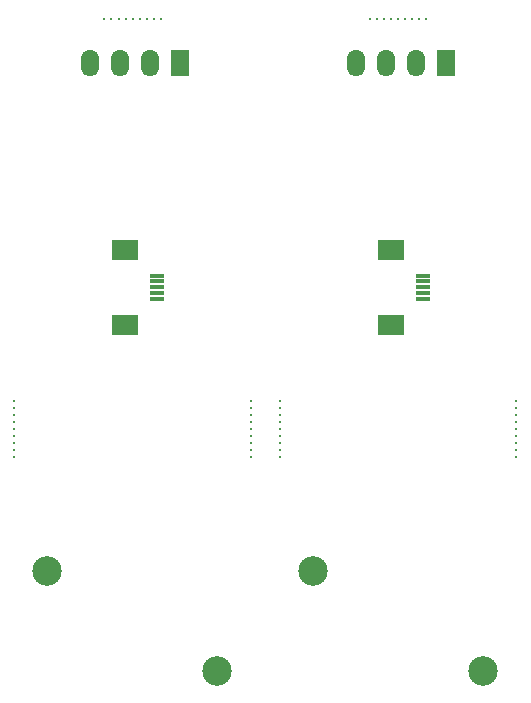
<source format=gbr>
%TF.GenerationSoftware,KiCad,Pcbnew,(5.1.10-1-10_14)*%
%TF.CreationDate,2021-07-07T23:54:27+09:00*%
%TF.ProjectId,StickPlate,53746963-6b50-46c6-9174-652e6b696361,rev?*%
%TF.SameCoordinates,Original*%
%TF.FileFunction,Soldermask,Bot*%
%TF.FilePolarity,Negative*%
%FSLAX46Y46*%
G04 Gerber Fmt 4.6, Leading zero omitted, Abs format (unit mm)*
G04 Created by KiCad (PCBNEW (5.1.10-1-10_14)) date 2021-07-07 23:54:27*
%MOMM*%
%LPD*%
G01*
G04 APERTURE LIST*
%ADD10C,0.300000*%
%ADD11C,2.500000*%
%ADD12R,1.524000X2.286000*%
%ADD13O,1.524000X2.286000*%
%ADD14R,1.300000X0.300000*%
%ADD15R,2.200000X1.800000*%
G04 APERTURE END LIST*
D10*
%TO.C,REF\u002A\u002A*%
X140062500Y-70500000D03*
X138875000Y-70500000D03*
X140656250Y-70500000D03*
X139468750Y-70500000D03*
X143625000Y-70500000D03*
X143031250Y-70500000D03*
X142437500Y-70500000D03*
X141843750Y-70500000D03*
X141250000Y-70500000D03*
%TD*%
%TO.C,REF\u002A\u002A*%
X162562500Y-70500000D03*
X161375000Y-70500000D03*
X163156250Y-70500000D03*
X161968750Y-70500000D03*
X166125000Y-70500000D03*
X165531250Y-70500000D03*
X164937500Y-70500000D03*
X164343750Y-70500000D03*
X163750000Y-70500000D03*
%TD*%
%TO.C,REF\u002A\u002A*%
X173750000Y-105250000D03*
X173750000Y-105843750D03*
X173750000Y-106437500D03*
X173750000Y-107031250D03*
X173750000Y-107625000D03*
X173750000Y-103468750D03*
X173750000Y-104656250D03*
X173750000Y-102875000D03*
X173750000Y-104062500D03*
%TD*%
%TO.C,REF\u002A\u002A*%
X153750000Y-105250000D03*
X153750000Y-105843750D03*
X153750000Y-106437500D03*
X153750000Y-107031250D03*
X153750000Y-107625000D03*
X153750000Y-103468750D03*
X153750000Y-104656250D03*
X153750000Y-102875000D03*
X153750000Y-104062500D03*
%TD*%
%TO.C,REF\u002A\u002A*%
X151250000Y-105250000D03*
X151250000Y-105843750D03*
X151250000Y-106437500D03*
X151250000Y-107031250D03*
X151250000Y-107625000D03*
X151250000Y-103468750D03*
X151250000Y-104656250D03*
X151250000Y-102875000D03*
X151250000Y-104062500D03*
%TD*%
%TO.C,REF\u002A\u002A*%
X131250000Y-104062500D03*
X131250000Y-102875000D03*
X131250000Y-104656250D03*
X131250000Y-103468750D03*
X131250000Y-107625000D03*
X131250000Y-107031250D03*
X131250000Y-106437500D03*
X131250000Y-105843750D03*
X131250000Y-105250000D03*
%TD*%
D11*
%TO.C,REF\u002A\u002A*%
X156500000Y-117250000D03*
%TD*%
%TO.C,REF\u002A\u002A*%
X170930000Y-125770000D03*
%TD*%
%TO.C,REF\u002A\u002A*%
X134000000Y-117250000D03*
%TD*%
%TO.C,REF\u002A\u002A*%
X148430000Y-125770000D03*
%TD*%
D12*
%TO.C,J3*%
X145310000Y-74250000D03*
D13*
X142770000Y-74250000D03*
X140230000Y-74250000D03*
X137690000Y-74250000D03*
%TD*%
D14*
%TO.C,J4*%
X143350000Y-92250000D03*
X143350000Y-92750000D03*
X143350000Y-93250000D03*
X143350000Y-93750000D03*
X143350000Y-94250000D03*
D15*
X140600000Y-96400000D03*
X140600000Y-90100000D03*
%TD*%
D12*
%TO.C,J7*%
X167830000Y-74250000D03*
D13*
X165290000Y-74250000D03*
X162750000Y-74250000D03*
X160210000Y-74250000D03*
%TD*%
D14*
%TO.C,J8*%
X165850000Y-92250000D03*
X165850000Y-92750000D03*
X165850000Y-93250000D03*
X165850000Y-93750000D03*
X165850000Y-94250000D03*
D15*
X163100000Y-96400000D03*
X163100000Y-90100000D03*
%TD*%
M02*

</source>
